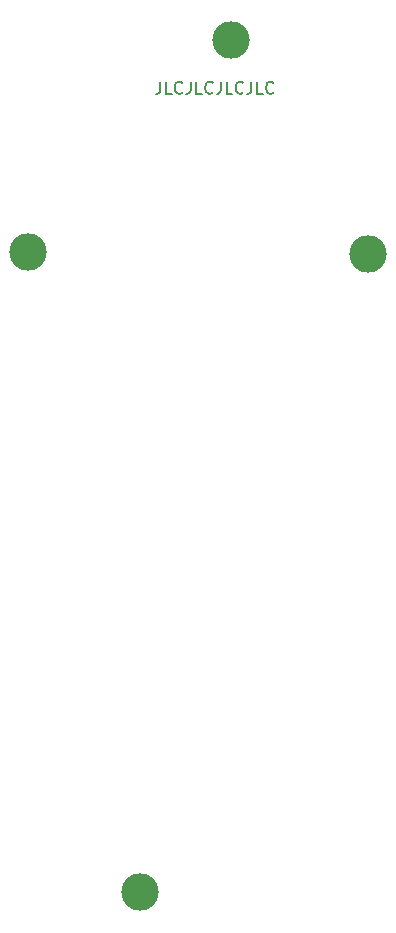
<source format=gto>
%TF.GenerationSoftware,KiCad,Pcbnew,5.99.0-unknown-909dca71c~104~ubuntu18.04.1*%
%TF.CreationDate,2021-01-02T13:38:36-05:00*%
%TF.ProjectId,881_back_panel,3838315f-6261-4636-9b5f-70616e656c2e,rev?*%
%TF.SameCoordinates,Original*%
%TF.FileFunction,Legend,Top*%
%TF.FilePolarity,Positive*%
%FSLAX46Y46*%
G04 Gerber Fmt 4.6, Leading zero omitted, Abs format (unit mm)*
G04 Created by KiCad (PCBNEW 5.99.0-unknown-909dca71c~104~ubuntu18.04.1) date 2021-01-02 13:38:36*
%MOMM*%
%LPD*%
G01*
G04 APERTURE LIST*
%ADD10C,0.150000*%
%ADD11C,3.175000*%
G04 APERTURE END LIST*
D10*
X125680952Y-79302380D02*
X125680952Y-80016666D01*
X125633333Y-80159523D01*
X125538095Y-80254761D01*
X125395238Y-80302380D01*
X125300000Y-80302380D01*
X126633333Y-80302380D02*
X126157142Y-80302380D01*
X126157142Y-79302380D01*
X127538095Y-80207142D02*
X127490476Y-80254761D01*
X127347619Y-80302380D01*
X127252380Y-80302380D01*
X127109523Y-80254761D01*
X127014285Y-80159523D01*
X126966666Y-80064285D01*
X126919047Y-79873809D01*
X126919047Y-79730952D01*
X126966666Y-79540476D01*
X127014285Y-79445238D01*
X127109523Y-79350000D01*
X127252380Y-79302380D01*
X127347619Y-79302380D01*
X127490476Y-79350000D01*
X127538095Y-79397619D01*
X128252380Y-79302380D02*
X128252380Y-80016666D01*
X128204761Y-80159523D01*
X128109523Y-80254761D01*
X127966666Y-80302380D01*
X127871428Y-80302380D01*
X129204761Y-80302380D02*
X128728571Y-80302380D01*
X128728571Y-79302380D01*
X130109523Y-80207142D02*
X130061904Y-80254761D01*
X129919047Y-80302380D01*
X129823809Y-80302380D01*
X129680952Y-80254761D01*
X129585714Y-80159523D01*
X129538095Y-80064285D01*
X129490476Y-79873809D01*
X129490476Y-79730952D01*
X129538095Y-79540476D01*
X129585714Y-79445238D01*
X129680952Y-79350000D01*
X129823809Y-79302380D01*
X129919047Y-79302380D01*
X130061904Y-79350000D01*
X130109523Y-79397619D01*
X130823809Y-79302380D02*
X130823809Y-80016666D01*
X130776190Y-80159523D01*
X130680952Y-80254761D01*
X130538095Y-80302380D01*
X130442857Y-80302380D01*
X131776190Y-80302380D02*
X131300000Y-80302380D01*
X131300000Y-79302380D01*
X132680952Y-80207142D02*
X132633333Y-80254761D01*
X132490476Y-80302380D01*
X132395238Y-80302380D01*
X132252380Y-80254761D01*
X132157142Y-80159523D01*
X132109523Y-80064285D01*
X132061904Y-79873809D01*
X132061904Y-79730952D01*
X132109523Y-79540476D01*
X132157142Y-79445238D01*
X132252380Y-79350000D01*
X132395238Y-79302380D01*
X132490476Y-79302380D01*
X132633333Y-79350000D01*
X132680952Y-79397619D01*
X133395238Y-79302380D02*
X133395238Y-80016666D01*
X133347619Y-80159523D01*
X133252380Y-80254761D01*
X133109523Y-80302380D01*
X133014285Y-80302380D01*
X134347619Y-80302380D02*
X133871428Y-80302380D01*
X133871428Y-79302380D01*
X135252380Y-80207142D02*
X135204761Y-80254761D01*
X135061904Y-80302380D01*
X134966666Y-80302380D01*
X134823809Y-80254761D01*
X134728571Y-80159523D01*
X134680952Y-80064285D01*
X134633333Y-79873809D01*
X134633333Y-79730952D01*
X134680952Y-79540476D01*
X134728571Y-79445238D01*
X134823809Y-79350000D01*
X134966666Y-79302380D01*
X135061904Y-79302380D01*
X135204761Y-79350000D01*
X135252380Y-79397619D01*
D11*
%TO.C,SNAP-HOLE-0.125-INCH*%
X114500000Y-93750000D03*
%TD*%
%TO.C,SNAP-HOLE-0.125-INCH*%
X131700000Y-75800000D03*
%TD*%
%TO.C,SNAP-HOLE-0.125-INCH*%
X124000000Y-147900000D03*
%TD*%
%TO.C,SNAP-HOLE-0.125-INCH*%
X143300000Y-93900000D03*
%TD*%
M02*

</source>
